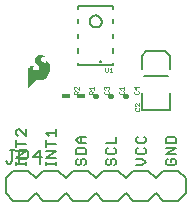
<source format=gbr>
G04 EAGLE Gerber RS-274X export*
G75*
%MOMM*%
%FSLAX34Y34*%
%LPD*%
%INSilkscreen Top*%
%IPPOS*%
%AMOC8*
5,1,8,0,0,1.08239X$1,22.5*%
G01*
%ADD10C,0.203200*%
%ADD11C,0.050800*%
%ADD12C,0.406400*%
%ADD13C,0.025400*%
%ADD14R,0.711200X0.406400*%
%ADD15C,0.127000*%

G36*
X19060Y95151D02*
X19060Y95151D01*
X19064Y95149D01*
X19134Y95185D01*
X19144Y95190D01*
X19145Y95191D01*
X24017Y100673D01*
X24871Y101455D01*
X25861Y102044D01*
X26212Y102171D01*
X26580Y102236D01*
X28855Y102236D01*
X28860Y102238D01*
X28866Y102236D01*
X30230Y102360D01*
X30240Y102366D01*
X30252Y102364D01*
X31571Y102732D01*
X31579Y102740D01*
X31592Y102741D01*
X32822Y103341D01*
X32829Y103348D01*
X32840Y103351D01*
X33997Y104168D01*
X34002Y104176D01*
X34011Y104179D01*
X35042Y105151D01*
X35045Y105159D01*
X35051Y105161D01*
X35052Y105163D01*
X35054Y105164D01*
X35939Y106271D01*
X35941Y106281D01*
X35950Y106288D01*
X36897Y107969D01*
X36898Y107980D01*
X36906Y107990D01*
X37534Y109814D01*
X37533Y109825D01*
X37540Y109836D01*
X37828Y111743D01*
X37825Y111754D01*
X37830Y111766D01*
X37828Y111818D01*
X37820Y112070D01*
X37816Y112196D01*
X37816Y112197D01*
X37808Y112449D01*
X37800Y112702D01*
X37796Y112828D01*
X37788Y113080D01*
X37777Y113459D01*
X37769Y113694D01*
X37765Y113703D01*
X37767Y113715D01*
X37560Y114754D01*
X37555Y114762D01*
X37555Y114773D01*
X37197Y115770D01*
X37191Y115777D01*
X37190Y115788D01*
X36688Y116722D01*
X36679Y116729D01*
X36676Y116741D01*
X35769Y117878D01*
X35758Y117884D01*
X35751Y117897D01*
X34625Y118818D01*
X34582Y118830D01*
X34541Y118846D01*
X34536Y118844D01*
X34530Y118845D01*
X34492Y118824D01*
X34452Y118805D01*
X34449Y118799D01*
X34445Y118797D01*
X34437Y118768D01*
X34419Y118720D01*
X34419Y117840D01*
X34403Y117720D01*
X34359Y117617D01*
X34085Y117277D01*
X33724Y117029D01*
X33550Y116964D01*
X33012Y116906D01*
X32482Y117004D01*
X31994Y117253D01*
X31092Y117904D01*
X30680Y118258D01*
X30329Y118668D01*
X30046Y119126D01*
X29840Y119620D01*
X29781Y119920D01*
X29793Y120223D01*
X29950Y120742D01*
X30236Y121202D01*
X30631Y121572D01*
X31112Y121827D01*
X31602Y121966D01*
X32113Y122023D01*
X32716Y122023D01*
X32717Y122023D01*
X32739Y122032D01*
X32807Y122061D01*
X32842Y122153D01*
X32838Y122162D01*
X32804Y122238D01*
X32802Y122241D01*
X32801Y122242D01*
X32800Y122243D01*
X32779Y122263D01*
X32772Y122266D01*
X32768Y122274D01*
X32333Y122612D01*
X32318Y122616D01*
X32306Y122628D01*
X31802Y122849D01*
X31801Y122849D01*
X31445Y123001D01*
X31217Y123102D01*
X31207Y123103D01*
X31197Y123109D01*
X30319Y123329D01*
X30310Y123328D01*
X30300Y123332D01*
X29400Y123418D01*
X29390Y123414D01*
X29378Y123418D01*
X28510Y123352D01*
X28499Y123346D01*
X28486Y123347D01*
X27646Y123116D01*
X27636Y123108D01*
X27623Y123107D01*
X26843Y122719D01*
X26836Y122711D01*
X26825Y122708D01*
X26048Y122148D01*
X26044Y122141D01*
X26035Y122137D01*
X25339Y121479D01*
X25334Y121468D01*
X25323Y121460D01*
X24892Y120857D01*
X24889Y120842D01*
X24877Y120829D01*
X24610Y120137D01*
X24610Y120121D01*
X24602Y120106D01*
X24515Y119369D01*
X24520Y119354D01*
X24516Y119337D01*
X24615Y118602D01*
X24623Y118589D01*
X24623Y118572D01*
X24903Y117884D01*
X24912Y117875D01*
X24915Y117861D01*
X26102Y116103D01*
X26110Y116098D01*
X26114Y116087D01*
X27567Y114546D01*
X27937Y114111D01*
X28177Y113608D01*
X28279Y113060D01*
X28236Y112504D01*
X28050Y111979D01*
X27735Y111519D01*
X27310Y111154D01*
X26767Y110861D01*
X26181Y110663D01*
X25571Y110566D01*
X24860Y110601D01*
X24182Y110808D01*
X23576Y111173D01*
X23263Y111501D01*
X23057Y111905D01*
X22964Y112321D01*
X22964Y112749D01*
X23057Y113164D01*
X23129Y113302D01*
X23247Y113416D01*
X24071Y114015D01*
X24204Y114086D01*
X24342Y114114D01*
X24500Y114098D01*
X24543Y114112D01*
X24588Y114123D01*
X24590Y114127D01*
X24594Y114128D01*
X24614Y114169D01*
X24637Y114208D01*
X24636Y114212D01*
X24638Y114216D01*
X24623Y114259D01*
X24610Y114303D01*
X24607Y114305D01*
X24606Y114309D01*
X24568Y114328D01*
X24532Y114349D01*
X24049Y114425D01*
X24044Y114424D01*
X24039Y114426D01*
X23099Y114499D01*
X23090Y114496D01*
X23079Y114499D01*
X22139Y114426D01*
X22129Y114421D01*
X22117Y114422D01*
X21418Y114238D01*
X21408Y114230D01*
X21394Y114229D01*
X20746Y113908D01*
X20738Y113899D01*
X20724Y113895D01*
X20154Y113450D01*
X20148Y113439D01*
X20136Y113433D01*
X19666Y112883D01*
X19662Y112871D01*
X19651Y112862D01*
X19250Y112130D01*
X19249Y112117D01*
X19240Y112106D01*
X19000Y111307D01*
X19001Y111294D01*
X18995Y111281D01*
X18925Y110450D01*
X18927Y110444D01*
X18925Y110439D01*
X18925Y95275D01*
X18927Y95270D01*
X18925Y95266D01*
X18946Y95226D01*
X18963Y95184D01*
X18968Y95183D01*
X18970Y95178D01*
X19013Y95165D01*
X19055Y95149D01*
X19060Y95151D01*
G37*
D10*
X136985Y35649D02*
X135629Y34293D01*
X135629Y31582D01*
X136985Y30226D01*
X142408Y30226D01*
X143764Y31582D01*
X143764Y34293D01*
X142408Y35649D01*
X139697Y35649D01*
X139697Y32938D01*
X143764Y39581D02*
X135629Y39581D01*
X143764Y45004D01*
X135629Y45004D01*
X135629Y48936D02*
X143764Y48936D01*
X143764Y53004D01*
X142408Y54360D01*
X136985Y54360D01*
X135629Y53004D01*
X135629Y48936D01*
X115652Y30226D02*
X110229Y30226D01*
X115652Y30226D02*
X118364Y32938D01*
X115652Y35649D01*
X110229Y35649D01*
X110229Y43649D02*
X111585Y45004D01*
X110229Y43649D02*
X110229Y40937D01*
X111585Y39581D01*
X117008Y39581D01*
X118364Y40937D01*
X118364Y43649D01*
X117008Y45004D01*
X110229Y53004D02*
X111585Y54360D01*
X110229Y53004D02*
X110229Y50292D01*
X111585Y48936D01*
X117008Y48936D01*
X118364Y50292D01*
X118364Y53004D01*
X117008Y54360D01*
X60785Y35649D02*
X59429Y34293D01*
X59429Y31582D01*
X60785Y30226D01*
X62141Y30226D01*
X63497Y31582D01*
X63497Y34293D01*
X64852Y35649D01*
X66208Y35649D01*
X67564Y34293D01*
X67564Y31582D01*
X66208Y30226D01*
X67564Y39581D02*
X59429Y39581D01*
X67564Y39581D02*
X67564Y43649D01*
X66208Y45004D01*
X60785Y45004D01*
X59429Y43649D01*
X59429Y39581D01*
X62141Y48936D02*
X67564Y48936D01*
X62141Y48936D02*
X59429Y51648D01*
X62141Y54360D01*
X67564Y54360D01*
X63497Y54360D02*
X63497Y48936D01*
X84829Y34293D02*
X86185Y35649D01*
X84829Y34293D02*
X84829Y31582D01*
X86185Y30226D01*
X87541Y30226D01*
X88897Y31582D01*
X88897Y34293D01*
X90252Y35649D01*
X91608Y35649D01*
X92964Y34293D01*
X92964Y31582D01*
X91608Y30226D01*
X84829Y43649D02*
X86185Y45004D01*
X84829Y43649D02*
X84829Y40937D01*
X86185Y39581D01*
X91608Y39581D01*
X92964Y40937D01*
X92964Y43649D01*
X91608Y45004D01*
X92964Y48936D02*
X84829Y48936D01*
X92964Y48936D02*
X92964Y54360D01*
X42164Y32938D02*
X42164Y30226D01*
X42164Y31582D02*
X34029Y31582D01*
X34029Y30226D02*
X34029Y32938D01*
X34029Y36463D02*
X42164Y36463D01*
X42164Y41886D02*
X34029Y36463D01*
X34029Y41886D02*
X42164Y41886D01*
X42164Y48530D02*
X34029Y48530D01*
X34029Y51241D02*
X34029Y45818D01*
X36741Y55173D02*
X34029Y57885D01*
X42164Y57885D01*
X42164Y60596D02*
X42164Y55173D01*
X16764Y32938D02*
X16764Y30226D01*
X16764Y31582D02*
X8629Y31582D01*
X8629Y30226D02*
X8629Y32938D01*
X8629Y36463D02*
X16764Y36463D01*
X16764Y41886D02*
X8629Y36463D01*
X8629Y41886D02*
X16764Y41886D01*
X16764Y48530D02*
X8629Y48530D01*
X8629Y51241D02*
X8629Y45818D01*
X16764Y55173D02*
X16764Y60596D01*
X16764Y55173D02*
X11341Y60596D01*
X9985Y60596D01*
X8629Y59241D01*
X8629Y56529D01*
X9985Y55173D01*
X61200Y164700D02*
X91200Y164700D01*
X91200Y114700D02*
X61200Y114700D01*
X91200Y125200D02*
X91200Y129200D01*
X91200Y116700D02*
X91200Y114700D01*
X61200Y114700D02*
X61200Y116700D01*
X61200Y125200D02*
X61200Y129200D01*
X91200Y137700D02*
X91200Y141700D01*
X91200Y150200D02*
X91200Y154200D01*
X91200Y162700D02*
X91200Y164700D01*
X61200Y141700D02*
X61200Y137700D01*
X61200Y150200D02*
X61200Y154200D01*
X61200Y162700D02*
X61200Y164700D01*
X71120Y151982D02*
X71122Y152124D01*
X71128Y152267D01*
X71138Y152409D01*
X71152Y152551D01*
X71170Y152692D01*
X71192Y152833D01*
X71218Y152973D01*
X71247Y153112D01*
X71281Y153251D01*
X71319Y153388D01*
X71360Y153525D01*
X71405Y153660D01*
X71454Y153794D01*
X71507Y153926D01*
X71563Y154057D01*
X71623Y154186D01*
X71687Y154314D01*
X71754Y154439D01*
X71825Y154563D01*
X71899Y154685D01*
X71976Y154804D01*
X72057Y154922D01*
X72141Y155037D01*
X72228Y155149D01*
X72319Y155259D01*
X72412Y155367D01*
X72509Y155472D01*
X72608Y155574D01*
X72710Y155673D01*
X72815Y155770D01*
X72923Y155863D01*
X73033Y155954D01*
X73145Y156041D01*
X73260Y156125D01*
X73378Y156206D01*
X73497Y156283D01*
X73619Y156357D01*
X73743Y156428D01*
X73868Y156495D01*
X73996Y156559D01*
X74125Y156619D01*
X74256Y156675D01*
X74388Y156728D01*
X74522Y156777D01*
X74657Y156822D01*
X74794Y156863D01*
X74931Y156901D01*
X75070Y156935D01*
X75209Y156964D01*
X75349Y156990D01*
X75490Y157012D01*
X75631Y157030D01*
X75773Y157044D01*
X75915Y157054D01*
X76058Y157060D01*
X76200Y157062D01*
X76342Y157060D01*
X76485Y157054D01*
X76627Y157044D01*
X76769Y157030D01*
X76910Y157012D01*
X77051Y156990D01*
X77191Y156964D01*
X77330Y156935D01*
X77469Y156901D01*
X77606Y156863D01*
X77743Y156822D01*
X77878Y156777D01*
X78012Y156728D01*
X78144Y156675D01*
X78275Y156619D01*
X78404Y156559D01*
X78532Y156495D01*
X78657Y156428D01*
X78781Y156357D01*
X78903Y156283D01*
X79022Y156206D01*
X79140Y156125D01*
X79255Y156041D01*
X79367Y155954D01*
X79477Y155863D01*
X79585Y155770D01*
X79690Y155673D01*
X79792Y155574D01*
X79891Y155472D01*
X79988Y155367D01*
X80081Y155259D01*
X80172Y155149D01*
X80259Y155037D01*
X80343Y154922D01*
X80424Y154804D01*
X80501Y154685D01*
X80575Y154563D01*
X80646Y154439D01*
X80713Y154314D01*
X80777Y154186D01*
X80837Y154057D01*
X80893Y153926D01*
X80946Y153794D01*
X80995Y153660D01*
X81040Y153525D01*
X81081Y153388D01*
X81119Y153251D01*
X81153Y153112D01*
X81182Y152973D01*
X81208Y152833D01*
X81230Y152692D01*
X81248Y152551D01*
X81262Y152409D01*
X81272Y152267D01*
X81278Y152124D01*
X81280Y151982D01*
X81278Y151840D01*
X81272Y151697D01*
X81262Y151555D01*
X81248Y151413D01*
X81230Y151272D01*
X81208Y151131D01*
X81182Y150991D01*
X81153Y150852D01*
X81119Y150713D01*
X81081Y150576D01*
X81040Y150439D01*
X80995Y150304D01*
X80946Y150170D01*
X80893Y150038D01*
X80837Y149907D01*
X80777Y149778D01*
X80713Y149650D01*
X80646Y149525D01*
X80575Y149401D01*
X80501Y149279D01*
X80424Y149160D01*
X80343Y149042D01*
X80259Y148927D01*
X80172Y148815D01*
X80081Y148705D01*
X79988Y148597D01*
X79891Y148492D01*
X79792Y148390D01*
X79690Y148291D01*
X79585Y148194D01*
X79477Y148101D01*
X79367Y148010D01*
X79255Y147923D01*
X79140Y147839D01*
X79022Y147758D01*
X78903Y147681D01*
X78781Y147607D01*
X78657Y147536D01*
X78532Y147469D01*
X78404Y147405D01*
X78275Y147345D01*
X78144Y147289D01*
X78012Y147236D01*
X77878Y147187D01*
X77743Y147142D01*
X77606Y147101D01*
X77469Y147063D01*
X77330Y147029D01*
X77191Y147000D01*
X77051Y146974D01*
X76910Y146952D01*
X76769Y146934D01*
X76627Y146920D01*
X76485Y146910D01*
X76342Y146904D01*
X76200Y146902D01*
X76058Y146904D01*
X75915Y146910D01*
X75773Y146920D01*
X75631Y146934D01*
X75490Y146952D01*
X75349Y146974D01*
X75209Y147000D01*
X75070Y147029D01*
X74931Y147063D01*
X74794Y147101D01*
X74657Y147142D01*
X74522Y147187D01*
X74388Y147236D01*
X74256Y147289D01*
X74125Y147345D01*
X73996Y147405D01*
X73868Y147469D01*
X73743Y147536D01*
X73619Y147607D01*
X73497Y147681D01*
X73378Y147758D01*
X73260Y147839D01*
X73145Y147923D01*
X73033Y148010D01*
X72923Y148101D01*
X72815Y148194D01*
X72710Y148291D01*
X72608Y148390D01*
X72509Y148492D01*
X72412Y148597D01*
X72319Y148705D01*
X72228Y148815D01*
X72141Y148927D01*
X72057Y149042D01*
X71976Y149160D01*
X71899Y149279D01*
X71825Y149401D01*
X71754Y149525D01*
X71687Y149650D01*
X71623Y149778D01*
X71563Y149907D01*
X71507Y150038D01*
X71454Y150170D01*
X71405Y150304D01*
X71360Y150439D01*
X71319Y150576D01*
X71281Y150713D01*
X71247Y150852D01*
X71218Y150991D01*
X71192Y151131D01*
X71170Y151272D01*
X71152Y151413D01*
X71138Y151555D01*
X71128Y151697D01*
X71122Y151840D01*
X71120Y151982D01*
X79500Y118300D02*
X79502Y118344D01*
X79508Y118388D01*
X79518Y118431D01*
X79531Y118473D01*
X79548Y118514D01*
X79569Y118553D01*
X79593Y118590D01*
X79620Y118625D01*
X79650Y118657D01*
X79683Y118687D01*
X79719Y118713D01*
X79756Y118737D01*
X79796Y118756D01*
X79837Y118773D01*
X79880Y118785D01*
X79923Y118794D01*
X79967Y118799D01*
X80011Y118800D01*
X80055Y118797D01*
X80099Y118790D01*
X80142Y118779D01*
X80184Y118765D01*
X80224Y118747D01*
X80263Y118725D01*
X80299Y118701D01*
X80333Y118673D01*
X80365Y118642D01*
X80394Y118608D01*
X80420Y118572D01*
X80442Y118534D01*
X80461Y118494D01*
X80476Y118452D01*
X80488Y118410D01*
X80496Y118366D01*
X80500Y118322D01*
X80500Y118278D01*
X80496Y118234D01*
X80488Y118190D01*
X80476Y118148D01*
X80461Y118106D01*
X80442Y118066D01*
X80420Y118028D01*
X80394Y117992D01*
X80365Y117958D01*
X80333Y117927D01*
X80299Y117899D01*
X80263Y117875D01*
X80224Y117853D01*
X80184Y117835D01*
X80142Y117821D01*
X80099Y117810D01*
X80055Y117803D01*
X80011Y117800D01*
X79967Y117801D01*
X79923Y117806D01*
X79880Y117815D01*
X79837Y117827D01*
X79796Y117844D01*
X79756Y117863D01*
X79719Y117887D01*
X79683Y117913D01*
X79650Y117943D01*
X79620Y117975D01*
X79593Y118010D01*
X79569Y118047D01*
X79548Y118086D01*
X79531Y118127D01*
X79518Y118169D01*
X79508Y118212D01*
X79502Y118256D01*
X79500Y118300D01*
D11*
X84210Y112779D02*
X84210Y109813D01*
X84803Y109220D01*
X85989Y109220D01*
X86583Y109813D01*
X86583Y112779D01*
X87952Y111593D02*
X89138Y112779D01*
X89138Y109220D01*
X87952Y109220D02*
X90325Y109220D01*
D12*
X89205Y88900D02*
X88595Y88900D01*
D13*
X96009Y92339D02*
X96644Y92975D01*
X96009Y92339D02*
X96009Y91068D01*
X96644Y90433D01*
X99186Y90433D01*
X99822Y91068D01*
X99822Y92339D01*
X99186Y92975D01*
X97280Y94175D02*
X96009Y95446D01*
X99822Y95446D01*
X99822Y94175D02*
X99822Y96717D01*
D14*
X63500Y88900D03*
D13*
X70609Y90433D02*
X74422Y90433D01*
X70609Y90433D02*
X70609Y92339D01*
X71244Y92975D01*
X72515Y92975D01*
X73151Y92339D01*
X73151Y90433D01*
X73151Y91704D02*
X74422Y92975D01*
X71880Y94175D02*
X70609Y95446D01*
X74422Y95446D01*
X74422Y94175D02*
X74422Y96717D01*
D14*
X50800Y88900D03*
D13*
X57909Y90433D02*
X61722Y90433D01*
X57909Y90433D02*
X57909Y92339D01*
X58544Y92975D01*
X59815Y92975D01*
X60451Y92339D01*
X60451Y90433D01*
X60451Y91704D02*
X61722Y92975D01*
X61722Y94175D02*
X61722Y96717D01*
X61722Y94175D02*
X59180Y96717D01*
X58544Y96717D01*
X57909Y96082D01*
X57909Y94810D01*
X58544Y94175D01*
D10*
X139000Y91600D02*
X139000Y76600D01*
X115000Y76600D01*
X115000Y91600D01*
X139000Y111600D02*
X139000Y122600D01*
X135000Y126600D01*
X119000Y126600D01*
X115000Y122600D01*
X115000Y111600D01*
D15*
X116840Y105410D02*
X137160Y105410D01*
D13*
X109885Y78869D02*
X109250Y78234D01*
X109250Y76963D01*
X109885Y76327D01*
X112427Y76327D01*
X113063Y76963D01*
X113063Y78234D01*
X112427Y78869D01*
X113063Y80069D02*
X113063Y82611D01*
X113063Y80069D02*
X110521Y82611D01*
X109885Y82611D01*
X109250Y81976D01*
X109250Y80705D01*
X109885Y80069D01*
D12*
X76505Y88900D02*
X75895Y88900D01*
D13*
X83309Y92339D02*
X83944Y92975D01*
X83309Y92339D02*
X83309Y91068D01*
X83944Y90433D01*
X86486Y90433D01*
X87122Y91068D01*
X87122Y92339D01*
X86486Y92975D01*
X83944Y94175D02*
X83309Y94810D01*
X83309Y96082D01*
X83944Y96717D01*
X84580Y96717D01*
X85215Y96082D01*
X85215Y95446D01*
X85215Y96082D02*
X85851Y96717D01*
X86486Y96717D01*
X87122Y96082D01*
X87122Y94810D01*
X86486Y94175D01*
D10*
X133350Y25400D02*
X127000Y19050D01*
X133350Y25400D02*
X146050Y25400D01*
X152400Y19050D01*
X152400Y6350D02*
X146050Y0D01*
X133350Y0D01*
X127000Y6350D01*
X95250Y25400D02*
X82550Y25400D01*
X95250Y25400D02*
X101600Y19050D01*
X101600Y6350D02*
X95250Y0D01*
X101600Y19050D02*
X107950Y25400D01*
X120650Y25400D01*
X127000Y19050D01*
X127000Y6350D02*
X120650Y0D01*
X107950Y0D01*
X101600Y6350D01*
X57150Y25400D02*
X50800Y19050D01*
X57150Y25400D02*
X69850Y25400D01*
X76200Y19050D01*
X76200Y6350D02*
X69850Y0D01*
X57150Y0D01*
X50800Y6350D01*
X76200Y19050D02*
X82550Y25400D01*
X76200Y6350D02*
X82550Y0D01*
X95250Y0D01*
X19050Y25400D02*
X6350Y25400D01*
X19050Y25400D02*
X25400Y19050D01*
X25400Y6350D02*
X19050Y0D01*
X25400Y19050D02*
X31750Y25400D01*
X44450Y25400D01*
X50800Y19050D01*
X50800Y6350D02*
X44450Y0D01*
X31750Y0D01*
X25400Y6350D01*
X0Y6350D02*
X0Y19050D01*
X6350Y25400D01*
X0Y6350D02*
X6350Y0D01*
X19050Y0D01*
X152400Y6350D02*
X152400Y19050D01*
D15*
X1780Y31623D02*
X-127Y33530D01*
X1780Y31623D02*
X3686Y31623D01*
X5593Y33530D01*
X5593Y43063D01*
X3686Y43063D02*
X7500Y43063D01*
X11567Y43063D02*
X11567Y31623D01*
X11567Y43063D02*
X17287Y43063D01*
X19193Y41156D01*
X19193Y37343D01*
X17287Y35436D01*
X11567Y35436D01*
X28981Y31623D02*
X28981Y43063D01*
X23261Y37343D01*
X30887Y37343D01*
D12*
X101295Y88900D02*
X101905Y88900D01*
D13*
X108709Y92339D02*
X109344Y92975D01*
X108709Y92339D02*
X108709Y91068D01*
X109344Y90433D01*
X111886Y90433D01*
X112522Y91068D01*
X112522Y92339D01*
X111886Y92975D01*
X112522Y96082D02*
X108709Y96082D01*
X110615Y94175D01*
X110615Y96717D01*
M02*

</source>
